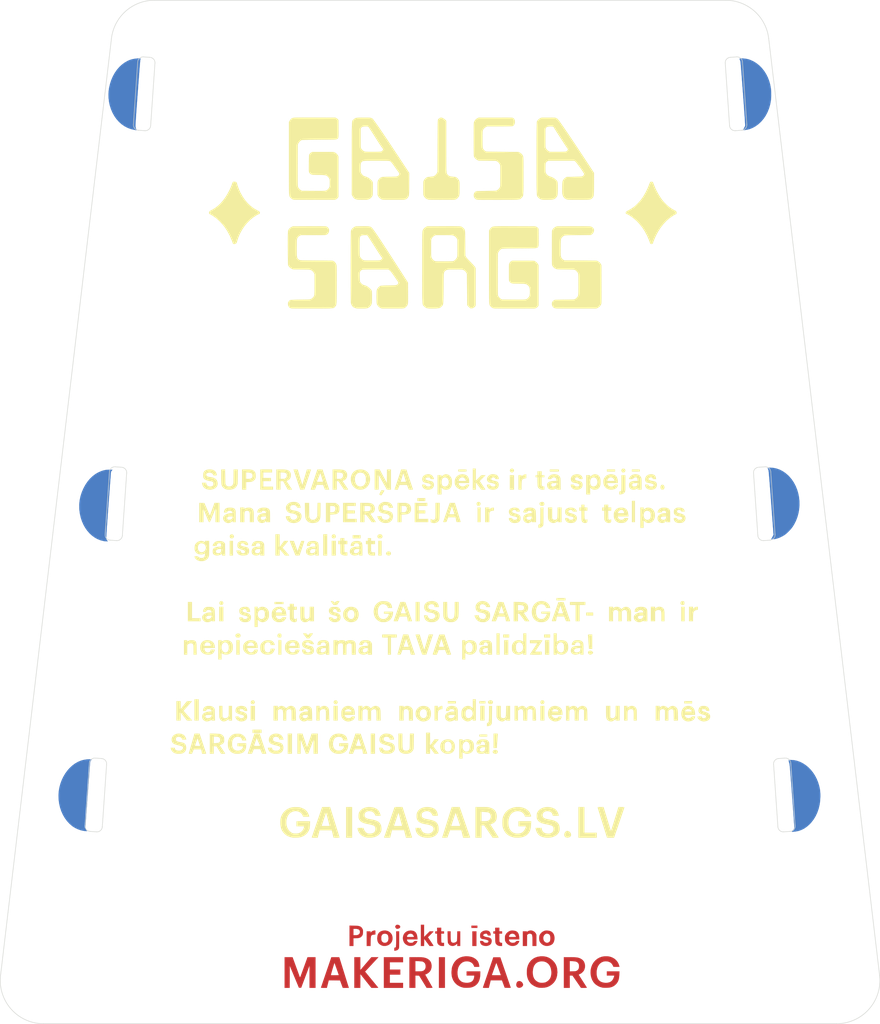
<source format=kicad_pcb>
(kicad_pcb (version 20171130) (host pcbnew "(5.1.10)-1")
  (layers (0 F.Cu signal) (31 B.Cu signal) (34 B.Paste user) (35 F.Paste user) (36 B.SilkS user) (37 F.SilkS user) (38 B.Mask user) (39 F.Mask user) (44 Edge.Cuts user))
  (net 0 "")
  (module gaisa-sargs-rear-2:drawing (layer F.Cu) (at 170.02 95.23)
    (fp_text reference Ref** hide)
    (fp_text value Val** hide)
    (fp_poly (pts (xy 7.66655 25.166749) (xy 7.953954 25.227535) (xy 8.233628 25.326164) (xy 8.503181 25.46044) (xy 8.760218 25.628169) (xy 9.002347 25.827157) (xy 9.227174 26.055209) (xy 9.432307 26.310131) (xy 9.615352 26.589729) (xy 9.773916 26.891808) (xy 9.905606 27.214173) (xy 10.008029 27.554631) (xy 10.010243 27.563555) (xy 10.052499 27.74875) (xy 10.082778 27.918375) (xy 10.102666 28.086327) (xy 10.113748 28.266503) (xy 10.117611 28.472802) (xy 10.117666 28.504925) (xy 10.099431 28.902975) (xy 10.045453 29.288628) (xy 9.95682 29.659026) (xy 9.834621 30.01131) (xy 9.679947 30.342623) (xy 9.493885 30.650107) (xy 9.277526 30.930904) (xy 9.134579 31.084426) (xy 8.895398 31.299764) (xy 8.64834 31.474348) (xy 8.390782 31.609431) (xy 8.120098 31.706266) (xy 7.833666 31.766104) (xy 7.669727 31.783607) (xy 7.468981 31.798342) (xy 7.575161 31.658059) (xy 7.627839 31.583131) (xy 7.671311 31.511578) (xy 7.697619 31.456728) (xy 7.700191 31.448679) (xy 7.701879 31.420296) (xy 7.700661 31.357598) (xy 7.696492 31.2599) (xy 7.689327 31.126518) (xy 7.67912 30.956768) (xy 7.665826 30.749966) (xy 7.6494 30.505427) (xy 7.629794 30.222468) (xy 7.606965 29.900404) (xy 7.580867 29.538551) (xy 7.551453 29.136224) (xy 7.518679 28.69274) (xy 7.50047 28.448) (xy 7.469636 28.034915) (xy 7.441708 27.661958) (xy 7.416502 27.327036) (xy 7.393839 27.028055) (xy 7.373535 26.762923) (xy 7.355409 26.529545) (xy 7.339279 26.32583) (xy 7.324964 26.149683) (xy 7.312282 25.999013) (xy 7.301051 25.871725) (xy 7.29109 25.765727) (xy 7.282217 25.678926) (xy 7.27425 25.609228) (xy 7.267007 25.554541) (xy 7.260306 25.51277) (xy 7.253967 25.481824) (xy 7.247807 25.45961) (xy 7.241644 25.444033) (xy 7.239282 25.439451) (xy 7.204961 25.340951) (xy 7.196666 25.254243) (xy 7.196666 25.146) (xy 7.37381 25.146) (xy 7.66655 25.166749)) (layer B.Cu) (width 0.01))
    (fp_poly (pts (xy -57.467467 25.087808) (xy -57.386335 25.100612) (xy -57.336919 25.114505) (xy -57.400834 25.194932) (xy -57.45281 25.282529) (xy -57.476467 25.385304) (xy -57.480869 25.433262) (xy -57.487983 25.519366) (xy -57.497593 25.64063) (xy -57.50948 25.794065) (xy -57.523427 25.976687) (xy -57.539217 26.185508) (xy -57.556631 26.417542) (xy -57.575451 26.669803) (xy -57.595461 26.939303) (xy -57.616442 27.223057) (xy -57.638178 27.518078) (xy -57.660449 27.821379) (xy -57.683039 28.129974) (xy -57.705729 28.440876) (xy -57.728303 28.751099) (xy -57.750542 29.057656) (xy -57.772229 29.357561) (xy -57.793147 29.647827) (xy -57.813076 29.925468) (xy -57.831801 30.187498) (xy -57.849102 30.430928) (xy -57.864763 30.652774) (xy -57.878566 30.850049) (xy -57.890293 31.019766) (xy -57.899726 31.158938) (xy -57.906648 31.264579) (xy -57.910841 31.333703) (xy -57.912102 31.36233) (xy -57.905083 31.478992) (xy -57.8815 31.567771) (xy -57.837245 31.641241) (xy -57.811444 31.670625) (xy -57.755914 31.728833) (xy -57.860415 31.726252) (xy -57.94364 31.721407) (xy -58.040136 31.711909) (xy -58.090123 31.705409) (xy -58.343247 31.650774) (xy -58.600614 31.562348) (xy -58.849942 31.445314) (xy -59.078952 31.304856) (xy -59.134187 31.264736) (xy -59.389444 31.046308) (xy -59.619656 30.796091) (xy -59.823349 30.517457) (xy -59.99905 30.21378) (xy -60.145285 29.888435) (xy -60.260581 29.544794) (xy -60.343465 29.186232) (xy -60.392463 28.816121) (xy -60.406102 28.437835) (xy -60.404298 28.356495) (xy -60.375497 28.003992) (xy -60.313547 27.657869) (xy -60.220564 27.321158) (xy -60.098665 26.996894) (xy -59.94997 26.688109) (xy -59.776594 26.397837) (xy -59.580657 26.12911) (xy -59.364275 25.884961) (xy -59.129566 25.668424) (xy -58.878647 25.482532) (xy -58.613637 25.330318) (xy -58.336652 25.214814) (xy -58.177848 25.167489) (xy -58.028446 25.134428) (xy -57.87334 25.109138) (xy -57.721898 25.092411) (xy -57.583484 25.085037) (xy -57.467467 25.087808)) (layer B.Cu) (width 0.01))
    (fp_poly (pts (xy -55.534264 -1.695768) (xy -55.410777 -1.693334) (xy -55.479813 -1.606169) (xy -55.529489 -1.529292) (xy -55.552848 -1.448855) (xy -55.557034 -1.410377) (xy -55.604917 -0.774125) (xy -55.649572 -0.179035) (xy -55.691072 0.375934) (xy -55.729491 0.891826) (xy -55.764901 1.369682) (xy -55.797375 1.810544) (xy -55.826985 2.215455) (xy -55.853806 2.585456) (xy -55.87791 2.92159) (xy -55.89937 3.224899) (xy -55.918258 3.496426) (xy -55.934647 3.737211) (xy -55.948612 3.948298) (xy -55.960223 4.130729) (xy -55.969556 4.285546) (xy -55.976681 4.41379) (xy -55.981672 4.516505) (xy -55.984603 4.594732) (xy -55.985546 4.649513) (xy -55.984574 4.681891) (xy -55.983754 4.688344) (xy -55.946506 4.795793) (xy -55.896815 4.862239) (xy -55.829363 4.931833) (xy -55.965807 4.929343) (xy -56.057127 4.925238) (xy -56.148292 4.917292) (xy -56.199207 4.910444) (xy -56.495942 4.839239) (xy -56.778977 4.729715) (xy -57.046568 4.584164) (xy -57.296973 4.404876) (xy -57.52845 4.194141) (xy -57.739258 3.954251) (xy -57.927654 3.687497) (xy -58.091896 3.396168) (xy -58.230243 3.082555) (xy -58.340951 2.748949) (xy -58.42228 2.397641) (xy -58.472486 2.030922) (xy -58.4818 1.909001) (xy -58.485213 1.522099) (xy -58.447228 1.13963) (xy -58.367605 0.760415) (xy -58.246104 0.38328) (xy -58.101794 0.046842) (xy -57.923364 -0.285159) (xy -57.7218 -0.586016) (xy -57.49863 -0.854291) (xy -57.255386 -1.088546) (xy -56.993597 -1.287343) (xy -56.714795 -1.449244) (xy -56.420509 -1.572812) (xy -56.355315 -1.594248) (xy -56.203191 -1.637619) (xy -56.060427 -1.667985) (xy -55.914683 -1.686871) (xy -55.753621 -1.695804) (xy -55.564898 -1.696309) (xy -55.534264 -1.695768)) (layer B.Cu) (width 0.01))
    (fp_poly (pts (xy 5.7704 -1.862913) (xy 6.065656 -1.800796) (xy 6.3529 -1.69845) (xy 6.630018 -1.556843) (xy 6.894896 -1.376942) (xy 7.145419 -1.159714) (xy 7.223729 -1.080892) (xy 7.457488 -0.807041) (xy 7.6592 -0.508807) (xy 7.828616 -0.189758) (xy 7.965483 0.14654) (xy 8.06955 0.49652) (xy 8.140567 0.856615) (xy 8.178283 1.223257) (xy 8.182445 1.592881) (xy 8.152805 1.961919) (xy 8.089109 2.326804) (xy 7.991108 2.68397) (xy 7.85855 3.029849) (xy 7.691184 3.360874) (xy 7.552016 3.583562) (xy 7.458913 3.708452) (xy 7.343711 3.844258) (xy 7.215148 3.982087) (xy 7.081956 4.113048) (xy 6.952873 4.228247) (xy 6.836631 4.318793) (xy 6.815666 4.333179) (xy 6.597972 4.464431) (xy 6.373835 4.573396) (xy 6.150686 4.6574) (xy 5.935955 4.713768) (xy 5.737072 4.739826) (xy 5.681631 4.741333) (xy 5.566363 4.741333) (xy 5.783445 4.325351) (xy 5.560596 1.35305) (xy 5.529415 0.937571) (xy 5.501162 0.562218) (xy 5.475656 0.224901) (xy 5.452713 -0.076472) (xy 5.43215 -0.343993) (xy 5.413786 -0.579753) (xy 5.397437 -0.785844) (xy 5.382921 -0.964358) (xy 5.370054 -1.117386) (xy 5.358654 -1.247019) (xy 5.348538 -1.35535) (xy 5.339523 -1.44447) (xy 5.331427 -1.51647) (xy 5.324066 -1.573442) (xy 5.317259 -1.617479) (xy 5.310822 -1.650671) (xy 5.304573 -1.67511) (xy 5.298328 -1.692887) (xy 5.29354 -1.703101) (xy 5.26594 -1.766122) (xy 5.25051 -1.822068) (xy 5.249333 -1.835393) (xy 5.251086 -1.857045) (xy 5.261396 -1.871042) (xy 5.28784 -1.879051) (xy 5.337994 -1.882742) (xy 5.419435 -1.883784) (xy 5.469245 -1.883834) (xy 5.7704 -1.862913)) (layer B.Cu) (width 0.01))
    (fp_poly (pts (xy -52.830537 -39.724561) (xy -52.812081 -39.701597) (xy -52.810834 -39.687213) (xy -52.820587 -39.631754) (xy -52.830208 -39.607838) (xy -52.833998 -39.582776) (xy -52.840658 -39.51788) (xy -52.849998 -39.415543) (xy -52.86183 -39.278153) (xy -52.875964 -39.108102) (xy -52.892212 -38.907779) (xy -52.910384 -38.679575) (xy -52.930292 -38.42588) (xy -52.951746 -38.149083) (xy -52.974558 -37.851576) (xy -52.998539 -37.535749) (xy -53.0235 -37.203991) (xy -53.049251 -36.858694) (xy -53.07407 -36.523084) (xy -53.104947 -36.103607) (xy -53.132814 -35.724237) (xy -53.1578 -35.382867) (xy -53.180033 -35.077386) (xy -53.19964 -34.805686) (xy -53.21675 -34.565658) (xy -53.23149 -34.355193) (xy -53.243989 -34.172181) (xy -53.254373 -34.014513) (xy -53.262772 -33.880081) (xy -53.269312 -33.766776) (xy -53.274123 -33.672487) (xy -53.277331 -33.595108) (xy -53.279065 -33.532527) (xy -53.279452 -33.482637) (xy -53.278621 -33.443327) (xy -53.276699 -33.41249) (xy -53.273814 -33.388016) (xy -53.270095 -33.367796) (xy -53.266353 -33.352306) (xy -53.242645 -33.272664) (xy -53.216267 -33.199695) (xy -53.200847 -33.16513) (xy -53.180346 -33.120597) (xy -53.173847 -33.096047) (xy -53.174398 -33.095036) (xy -53.196776 -33.095988) (xy -53.251724 -33.103081) (xy -53.330132 -33.115046) (xy -53.394067 -33.125635) (xy -53.713333 -33.20097) (xy -54.016336 -33.314388) (xy -54.301453 -33.464251) (xy -54.56706 -33.648921) (xy -54.811536 -33.866759) (xy -55.033256 -34.116127) (xy -55.230596 -34.395387) (xy -55.401935 -34.702901) (xy -55.545649 -35.03703) (xy -55.660113 -35.396136) (xy -55.666076 -35.418673) (xy -55.731772 -35.735917) (xy -55.769634 -36.071573) (xy -55.779204 -36.412874) (xy -55.760026 -36.747053) (xy -55.722837 -37.005181) (xy -55.634395 -37.383217) (xy -55.516099 -37.741581) (xy -55.369657 -38.077979) (xy -55.196776 -38.390117) (xy -54.999166 -38.675702) (xy -54.778533 -38.93244) (xy -54.536585 -39.158038) (xy -54.275032 -39.350201) (xy -53.99558 -39.506635) (xy -53.797202 -39.591059) (xy -53.571475 -39.659536) (xy -53.322956 -39.706935) (xy -53.066811 -39.730926) (xy -52.879625 -39.732182) (xy -52.830537 -39.724561)) (layer B.Cu) (width 0.01))
    (fp_poly (pts (xy 2.998885 -39.7263) (xy 3.235803 -39.699676) (xy 3.457856 -39.649752) (xy 3.65125 -39.584602) (xy 3.942943 -39.449213) (xy 4.216813 -39.277466) (xy 4.470969 -39.072228) (xy 4.70352 -38.836362) (xy 4.912572 -38.572733) (xy 5.096235 -38.284206) (xy 5.252617 -37.973645) (xy 5.379826 -37.643915) (xy 5.47597 -37.297881) (xy 5.539158 -36.938407) (xy 5.562149 -36.690906) (xy 5.569834 -36.27412) (xy 5.541326 -35.877304) (xy 5.476096 -35.497626) (xy 5.373615 -35.132249) (xy 5.233355 -34.77834) (xy 5.187568 -34.681584) (xy 5.036728 -34.405418) (xy 4.866274 -34.156432) (xy 4.666732 -33.921358) (xy 4.582583 -33.834195) (xy 4.356112 -33.630332) (xy 4.114287 -33.456369) (xy 3.861947 -33.314725) (xy 3.603933 -33.207823) (xy 3.345089 -33.138084) (xy 3.135246 -33.110303) (xy 2.957909 -33.098362) (xy 3.044318 -33.265556) (xy 3.086321 -33.348659) (xy 3.122795 -33.424107) (xy 3.147633 -33.479161) (xy 3.152305 -33.490868) (xy 3.154664 -33.511208) (xy 3.154914 -33.554954) (xy 3.15296 -33.62353) (xy 3.148707 -33.718363) (xy 3.142062 -33.840876) (xy 3.13293 -33.992495) (xy 3.121217 -34.174645) (xy 3.106828 -34.388751) (xy 3.08967 -34.636238) (xy 3.069648 -34.918531) (xy 3.046668 -35.237055) (xy 3.020636 -35.593235) (xy 2.991457 -35.988495) (xy 2.959038 -36.424261) (xy 2.952536 -36.511332) (xy 2.921504 -36.926208) (xy 2.893389 -37.300946) (xy 2.868011 -37.637626) (xy 2.845188 -37.938331) (xy 2.824739 -38.205142) (xy 2.806482 -38.440139) (xy 2.790237 -38.645405) (xy 2.775823 -38.82302) (xy 2.763058 -38.975067) (xy 2.751761 -39.103625) (xy 2.741751 -39.210777) (xy 2.732846 -39.298604) (xy 2.724866 -39.369188) (xy 2.717629 -39.424609) (xy 2.710955 -39.466949) (xy 2.704662 -39.498289) (xy 2.698568 -39.520711) (xy 2.692493 -39.536296) (xy 2.68859 -39.543547) (xy 2.659924 -39.605751) (xy 2.646129 -39.665514) (xy 2.645912 -39.671625) (xy 2.649541 -39.708297) (xy 2.668375 -39.725457) (xy 2.714136 -39.730906) (xy 2.735791 -39.73144) (xy 2.998885 -39.7263)) (layer B.Cu) (width 0.01))
    (fp_poly (pts (xy -38.718244 43.449875) (xy -38.706624 43.481936) (xy -38.682148 43.549239) (xy -38.646467 43.647254) (xy -38.601229 43.771451) (xy -38.548086 43.917301) (xy -38.488687 44.080275) (xy -38.424682 44.255843) (xy -38.396336 44.333583) (xy -38.330655 44.513754) (xy -38.268705 44.683779) (xy -38.212165 44.83904) (xy -38.162717 44.97492) (xy -38.12204 45.086799) (xy -38.091815 45.17006) (xy -38.073722 45.220084) (xy -38.070176 45.229985) (xy -38.063958 45.245059) (xy -38.057018 45.252796) (xy -38.048072 45.250141) (xy -38.035834 45.234037) (xy -38.01902 45.201427) (xy -37.996343 45.149254) (xy -37.966518 45.074461) (xy -37.928261 44.973993) (xy -37.880285 44.844791) (xy -37.821306 44.6838) (xy -37.750038 44.487962) (xy -37.6986 44.346277) (xy -37.352173 43.391666) (xy -36.618334 43.391666) (xy -36.618334 46.228) (xy -37.168667 46.228) (xy -37.169622 45.196125) (xy -37.170576 44.16425) (xy -37.556556 45.190833) (xy -37.942535 46.217416) (xy -38.148889 46.217416) (xy -38.574236 45.195459) (xy -38.999584 44.173502) (xy -39.01057 46.228) (xy -39.475834 46.228) (xy -39.475834 43.391666) (xy -38.739142 43.391666) (xy -38.718244 43.449875)) (layer F.Cu) (width 0.01))
    (fp_poly (pts (xy -34.377379 43.523958) (xy -34.363255 43.568223) (xy -34.337829 43.648857) (xy -34.30237 43.761804) (xy -34.258147 43.903008) (xy -34.206428 44.068414) (xy -34.148482 44.253965) (xy -34.085575 44.455607) (xy -34.018977 44.669282) (xy -33.962025 44.852166) (xy -33.893829 45.071152) (xy -33.828673 45.280215) (xy -33.767769 45.475476) (xy -33.712328 45.653056) (xy -33.663564 45.809075) (xy -33.622688 45.939655) (xy -33.590914 46.040915) (xy -33.569453 46.108977) (xy -33.560156 46.138041) (xy -33.53057 46.228) (xy -33.809744 46.227769) (xy -34.088917 46.227538) (xy -34.216338 45.88381) (xy -34.343759 45.540083) (xy -34.866298 45.534423) (xy -35.388837 45.528764) (xy -35.40988 45.608507) (xy -35.423044 45.659562) (xy -35.443642 45.740822) (xy -35.468931 45.841399) (xy -35.496162 45.950409) (xy -35.498082 45.958125) (xy -35.565241 46.228) (xy -35.837788 46.228) (xy -35.939625 46.226854) (xy -36.024159 46.223721) (xy -36.083493 46.219056) (xy -36.109733 46.213315) (xy -36.110334 46.212269) (xy -36.103628 46.190124) (xy -36.084245 46.131201) (xy -36.053288 46.038749) (xy -36.011862 45.916016) (xy -35.961069 45.766253) (xy -35.902013 45.592707) (xy -35.835798 45.398629) (xy -35.763526 45.187268) (xy -35.713106 45.040107) (xy -35.195879 45.040107) (xy -35.186187 45.049797) (xy -35.160454 45.056432) (xy -35.113097 45.060582) (xy -35.038532 45.062817) (xy -34.931175 45.063706) (xy -34.832219 45.063833) (xy -34.711848 45.062979) (xy -34.607597 45.060611) (xy -34.526228 45.057015) (xy -34.474503 45.052478) (xy -34.458878 45.047958) (xy -34.465573 45.023463) (xy -34.484498 44.965472) (xy -34.513418 44.880277) (xy -34.550101 44.774168) (xy -34.592315 44.653438) (xy -34.637827 44.524377) (xy -34.684404 44.393276) (xy -34.729815 44.266426) (xy -34.771827 44.150119) (xy -34.808206 44.050647) (xy -34.836721 43.974299) (xy -34.855139 43.927368) (xy -34.86076 43.915464) (xy -34.869254 43.93137) (xy -34.887565 43.982616) (xy -34.914063 44.06379) (xy -34.94712 44.169474) (xy -34.985106 44.294255) (xy -35.026392 44.432716) (xy -35.069348 44.579443) (xy -35.112346 44.729021) (xy -35.153756 44.876035) (xy -35.191949 45.015069) (xy -35.195115 45.026791) (xy -35.195879 45.040107) (xy -35.713106 45.040107) (xy -35.686301 44.961872) (xy -35.628792 44.794294) (xy -35.14725 43.39205) (xy -34.420452 43.391666) (xy -34.377379 43.523958)) (layer F.Cu) (width 0.01))
    (fp_poly (pts (xy -32.459084 44.576324) (xy -31.952289 43.983995) (xy -31.445495 43.391666) (xy -30.788909 43.391666) (xy -30.86349 43.471041) (xy -30.896442 43.506293) (xy -30.953952 43.568016) (xy -31.031782 43.651652) (xy -31.125692 43.752643) (xy -31.231442 43.866431) (xy -31.344795 43.988458) (xy -31.390103 44.03725) (xy -31.506438 44.162453) (xy -31.617891 44.282237) (xy -31.720002 44.391822) (xy -31.808311 44.486427) (xy -31.878358 44.56127) (xy -31.925683 44.611569) (xy -31.936277 44.622726) (xy -32.030419 44.721369) (xy -31.432129 45.448226) (xy -31.307236 45.599984) (xy -31.190257 45.742179) (xy -31.084018 45.87137) (xy -30.991348 45.984115) (xy -30.915074 46.076975) (xy -30.858024 46.146506) (xy -30.823026 46.18927) (xy -30.813078 46.201541) (xy -30.813228 46.211902) (xy -30.835635 46.219295) (xy -30.885031 46.224127) (xy -30.966148 46.226805) (xy -31.083718 46.227736) (xy -31.1177 46.227745) (xy -31.443084 46.227491) (xy -32.459084 44.954483) (xy -32.464686 45.591241) (xy -32.470288 46.228) (xy -33.02 46.228) (xy -33.02 43.391666) (xy -32.470326 43.391666) (xy -32.459084 44.576324)) (layer F.Cu) (width 0.01))
    (fp_poly (pts (xy -28.5115 43.857333) (xy -29.739167 43.857333) (xy -29.739167 44.534666) (xy -28.7655 44.534666) (xy -28.7655 45.000333) (xy -29.739167 45.000333) (xy -29.739167 45.762333) (xy -28.5115 45.762333) (xy -28.5115 46.228) (xy -30.2895 46.228) (xy -30.2895 43.391666) (xy -28.5115 43.391666) (xy -28.5115 43.857333)) (layer F.Cu) (width 0.01))
    (fp_poly (pts (xy -27.128775 43.392286) (xy -26.969133 43.394304) (xy -26.840889 43.39796) (xy -26.738586 43.403494) (xy -26.656762 43.411145) (xy -26.589959 43.421152) (xy -26.571676 43.424723) (xy -26.368805 43.482493) (xy -26.200251 43.564851) (xy -26.066116 43.671691) (xy -25.966502 43.802909) (xy -25.901513 43.958399) (xy -25.871249 44.138056) (xy -25.87094 44.142842) (xy -25.875898 44.333598) (xy -25.916878 44.505703) (xy -25.995238 44.664807) (xy -25.997088 44.667726) (xy -26.065634 44.752113) (xy -26.158432 44.835611) (xy -26.261146 44.907142) (xy -26.359436 44.955631) (xy -26.377552 44.961664) (xy -26.428483 44.980419) (xy -26.456475 44.997521) (xy -26.458334 45.001384) (xy -26.448196 45.022916) (xy -26.419469 45.076596) (xy -26.374684 45.157882) (xy -26.316371 45.262232) (xy -26.247059 45.385107) (xy -26.169281 45.521963) (xy -26.128707 45.592992) (xy -26.04711 45.735899) (xy -25.972147 45.867763) (xy -25.906458 45.983893) (xy -25.852683 46.0796) (xy -25.813464 46.150194) (xy -25.791442 46.190983) (xy -25.787776 46.198541) (xy -25.789814 46.210814) (xy -25.81083 46.219253) (xy -25.85659 46.224501) (xy -25.932859 46.227202) (xy -26.045404 46.227998) (xy -26.051736 46.228) (xy -26.327002 46.228) (xy -26.674923 45.661791) (xy -27.022844 45.095583) (xy -27.3685 45.083287) (xy -27.3685 46.228) (xy -27.918834 46.228) (xy -27.918834 44.704) (xy -27.3685 44.704) (xy -27.088042 44.703881) (xy -26.975827 44.702236) (xy -26.872205 44.697829) (xy -26.788062 44.691313) (xy -26.73428 44.68334) (xy -26.731011 44.682493) (xy -26.605812 44.628753) (xy -26.511447 44.546368) (xy -26.448867 44.436678) (xy -26.419022 44.301023) (xy -26.416465 44.23914) (xy -26.433377 44.091864) (xy -26.481811 43.969024) (xy -26.559912 43.873461) (xy -26.665825 43.808014) (xy -26.707699 43.79317) (xy -26.758175 43.783546) (xy -26.840321 43.773885) (xy -26.943486 43.765209) (xy -27.05702 43.758543) (xy -27.077459 43.757646) (xy -27.3685 43.745578) (xy -27.3685 44.704) (xy -27.918834 44.704) (xy -27.918834 43.391666) (xy -27.325275 43.391666) (xy -27.128775 43.392286)) (layer F.Cu) (width 0.01))
    (fp_poly (pts (xy -24.638 46.228) (xy -25.188334 46.228) (xy -25.188334 43.391666) (xy -24.638 43.391666) (xy -24.638 46.228)) (layer F.Cu) (width 0.01))
    (fp_poly (pts (xy -22.381719 43.323485) (xy -22.159159 43.372373) (xy -21.961352 43.452807) (xy -21.79016 43.563931) (xy -21.647445 43.704892) (xy -21.589062 43.783711) (xy -21.550497 43.858187) (xy -21.513537 43.95708) (xy -21.483491 44.06293) (xy -21.465672 44.158272) (xy -21.463 44.198229) (xy -21.463 44.280666) (xy -21.918731 44.280666) (xy -21.954624 44.179607) (xy -22.023655 44.04568) (xy -22.124533 43.934643) (xy -22.251812 43.849346) (xy -22.400049 43.792638) (xy -22.563802 43.767369) (xy -22.727706 43.774925) (xy -22.885965 43.812054) (xy -23.024179 43.878555) (xy -23.153699 43.980208) (xy -23.178856 44.004564) (xy -23.300962 44.152522) (xy -23.389848 44.321147) (xy -23.446542 44.513257) (xy -23.472071 44.731666) (xy -23.473834 44.813238) (xy -23.465493 45.011464) (xy -23.439044 45.177367) (xy -23.392345 45.317832) (xy -23.323257 45.439744) (xy -23.251923 45.526947) (xy -23.140303 45.625378) (xy -23.013764 45.694679) (xy -22.864861 45.737881) (xy -22.686155 45.758017) (xy -22.684613 45.758092) (xy -22.483948 45.754421) (xy -22.314508 45.722337) (xy -22.175835 45.6615) (xy -22.067468 45.57157) (xy -21.988946 45.452208) (xy -21.93981 45.303073) (xy -21.923958 45.196125) (xy -21.913715 45.085) (xy -22.627167 45.085) (xy -22.627167 44.704) (xy -21.357167 44.704) (xy -21.357534 44.836291) (xy -21.370075 45.110881) (xy -21.40676 45.351713) (xy -21.468614 45.560493) (xy -21.556662 45.738926) (xy -21.671928 45.888718) (xy -21.815436 46.011573) (xy -21.988211 46.109196) (xy -22.1615 46.17443) (xy -22.253439 46.194373) (xy -22.374854 46.209025) (xy -22.513176 46.218012) (xy -22.655836 46.220961) (xy -22.790262 46.217497) (xy -22.903886 46.207246) (xy -22.95525 46.198055) (xy -23.194473 46.123291) (xy -23.40681 46.016898) (xy -23.590714 45.880425) (xy -23.744637 45.715417) (xy -23.86703 45.523424) (xy -23.956347 45.305992) (xy -23.99444 45.159054) (xy -24.015432 45.010053) (xy -24.023567 44.839249) (xy -24.019433 44.660331) (xy -24.003617 44.486987) (xy -23.976708 44.332905) (xy -23.95567 44.255972) (xy -23.860189 44.02309) (xy -23.736308 43.821321) (xy -23.585264 43.651548) (xy -23.408289 43.514652) (xy -23.206618 43.411515) (xy -22.981487 43.343019) (xy -22.734128 43.310046) (xy -22.627167 43.307) (xy -22.381719 43.323485)) (layer F.Cu) (width 0.01))
    (fp_poly (pts (xy -19.03632 44.778083) (xy -18.956531 45.009969) (xy -18.880621 45.230658) (xy -18.809739 45.436798) (xy -18.745038 45.62504) (xy -18.687668 45.792032) (xy -18.63878 45.934423) (xy -18.599525 46.048864) (xy -18.571054 46.132004) (xy -18.554517 46.180491) (xy -18.550794 46.191584) (xy -18.548743 46.206786) (xy -18.558287 46.216997) (xy -18.585757 46.222964) (xy -18.637482 46.225438) (xy -18.719791 46.225168) (xy -18.818884 46.223334) (xy -19.099018 46.217416) (xy -19.227728 45.873458) (xy -19.356437 45.5295) (xy -20.399426 45.5295) (xy -20.466585 45.799375) (xy -20.493838 45.908522) (xy -20.519329 46.00996) (xy -20.540317 46.092821) (xy -20.554059 46.146233) (xy -20.554688 46.148625) (xy -20.575632 46.228) (xy -20.851409 46.228) (xy -20.963876 46.227573) (xy -21.040358 46.225699) (xy -21.0872 46.221486) (xy -21.110746 46.214044) (xy -21.117341 46.20248) (xy -21.115109 46.190958) (xy -21.106339 46.165137) (xy -21.084945 46.102636) (xy -21.052078 46.006803) (xy -21.008888 45.880987) (xy -20.956526 45.728537) (xy -20.896142 45.552803) (xy -20.828887 45.357132) (xy -20.75591 45.144875) (xy -20.721832 45.045778) (xy -20.295306 45.045778) (xy -20.277407 45.051252) (xy -20.223368 45.056059) (xy -20.139381 45.05993) (xy -20.031638 45.062598) (xy -19.906331 45.063794) (xy -19.878404 45.063833) (xy -19.454447 45.063833) (xy -19.493453 44.952708) (xy -19.561161 44.760596) (xy -19.625923 44.578338) (xy -19.686247 44.410025) (xy -19.74064 44.259746) (xy -19.787611 44.131591) (xy -19.825666 44.029649) (xy -19.853313 43.95801) (xy -19.86906 43.920764) (xy -19.871549 43.916542) (xy -19.882116 43.931747) (xy -19.904726 43.982054) (xy -19.937466 44.062599) (xy -19.97842 44.168518) (xy -20.025676 44.294947) (xy -20.077319 44.437021) (xy -20.087224 44.464696) (xy -20.139481 44.610995) (xy -20.187178 44.744419) (xy -20.22844 44.859729) (xy -20.26139 44.951685) (xy -20.284153 45.015047) (xy -20.294853 45.044577) (xy -20.295306 45.045778) (xy -20.721832 45.045778) (xy -20.678363 44.919379) (xy -20.629763 44.778083) (xy -20.156494 43.40225) (xy -19.509803 43.40225) (xy -19.03632 44.778083)) (layer F.Cu) (width 0.01))
    (fp_poly (pts (xy -17.717092 45.598702) (xy -17.609537 45.633179) (xy -17.515928 45.700678) (xy -17.44529 45.792174) (xy -17.406643 45.898642) (xy -17.404691 45.911184) (xy -17.413087 46.0004) (xy -17.460435 46.083044) (xy -17.54339 46.154347) (xy -17.595608 46.183499) (xy -17.712533 46.221936) (xy -17.819679 46.219541) (xy -17.900681 46.186523) (xy -17.978389 46.118071) (xy -18.020873 46.027929) (xy -18.029048 45.913999) (xy -18.027466 45.895636) (xy -17.999908 45.772122) (xy -17.947343 45.679511) (xy -17.872141 45.620071) (xy -17.776674 45.59607) (xy -17.717092 45.598702)) (layer F.Cu) (width 0.01))
    (fp_poly (pts (xy -15.404832 43.323548) (xy -15.181426 43.374146) (xy -14.976312 43.460908) (xy -14.785175 43.585579) (xy -14.634398 43.718757) (xy -14.482493 43.893844) (xy -14.367026 44.083002) (xy -14.286794 44.289593) (xy -14.240594 44.516977) (xy -14.227225 44.768516) (xy -14.229514 44.850929) (xy -14.258558 45.107957) (xy -14.321813 45.34031) (xy -14.419812 45.548963) (xy -14.553087 45.734891) (xy -14.72217 45.899066) (xy -14.856238 45.997699) (xy -15.028812 46.095783) (xy -15.207225 46.1633) (xy -15.402051 46.203391) (xy -15.599834 46.218612) (xy -15.708877 46.219914) (xy -15.813165 46.217863) (xy -15.899091 46.212902) (xy -15.94364 46.207474) (xy -16.11886 46.16234) (xy -16.294274 46.093118) (xy -16.458952 46.005531) (xy -16.601969 45.905302) (xy -16.701999 45.810309) (xy -16.841162 45.626114) (xy -16.943993 45.429817) (xy -17.012638 45.215843) (xy -17.049246 44.978615) (xy -17.054652 44.8945) (xy -17.053692 44.800094) (xy -16.509633 44.800094) (xy -16.494075 45.023211) (xy -16.44658 45.218832) (xy -16.367278 45.386753) (xy -16.256302 45.526771) (xy -16.113782 45.638681) (xy -15.93985 45.722281) (xy -15.90675 45.733801) (xy -15.829561 45.749028) (xy -15.718404 45.756217) (xy -15.610417 45.755801) (xy -15.502324 45.750914) (xy -15.421914 45.741564) (xy -15.354571 45.72495) (xy -15.285676 45.698266) (xy -15.267044 45.689942) (xy -15.142726 45.61546) (xy -15.024398 45.512309) (xy -14.925587 45.393473) (xy -14.88093 45.319327) (xy -14.82074 45.16068) (xy -14.78673 44.979104) (xy -14.778645 44.78474) (xy -14.796231 44.587728) (xy -14.839235 44.398206) (xy -14.907403 44.226313) (xy -14.908327 44.224487) (xy -15.011087 44.065394) (xy -15.139816 43.938704) (xy -15.291509 43.845956) (xy -15.463161 43.788687) (xy -15.651767 43.768437) (xy -15.784101 43.776101) (xy -15.963854 43.816619) (xy -16.119661 43.891387) (xy -16.250636 43.999154) (xy -16.355892 44.138667) (xy -16.43454 44.308673) (xy -16.485695 44.507919) (xy -16.508467 44.735155) (xy -16.509633 44.800094) (xy -17.053692 44.800094) (xy -17.05184 44.618154) (xy -17.017049 44.368062) (xy -16.949471 44.14183) (xy -16.848295 43.937065) (xy -16.712711 43.751373) (xy -16.641994 43.675144) (xy -16.471843 43.533358) (xy -16.277015 43.425935) (xy -16.057481 43.352864) (xy -15.813215 43.314135) (xy -15.650845 43.307367) (xy -15.404832 43.323548)) (layer F.Cu) (width 0.01))
    (fp_poly (pts (xy -13.075709 43.392034) (xy -12.871128 43.393095) (xy -12.702819 43.396466) (xy -12.564752 43.402872) (xy -12.450894 43.413038) (xy -12.355215 43.42769) (xy -12.271682 43.447554) (xy -12.194266 43.473354) (xy -12.116935 43.505818) (xy -12.11231 43.507927) (xy -11.962281 43.592274) (xy -11.847111 43.693764) (xy -11.761007 43.817715) (xy -11.748545 43.842011) (xy -11.689962 44.007858) (xy -11.667662 44.185749) (xy -11.681516 44.366133) (xy -11.731396 44.539459) (xy -11.758711 44.599403) (xy -11.821535 44.693628) (xy -11.910172 44.788554) (xy -12.011699 44.872595) (xy -12.113197 44.934164) (xy -12.148645 44.949104) (xy -12.208066 44.973097) (xy -12.246862 44.993798) (xy -12.2555 45.00297) (xy -12.244432 45.023861) (xy -12.213033 45.075952) (xy -12.164015 45.154925) (xy -12.100088 45.256467) (xy -12.023963 45.376262) (xy -11.938351 45.509995) (xy -11.882514 45.596747) (xy -11.791922 45.737529) (xy -11.708642 45.867549) (xy -11.63548 45.982379) (xy -11.575242 46.077592) (xy -11.530733 46.148762) (xy -11.504758 46.191461) (xy -11.499249 46.201541) (xy -11.504678 46.212827) (xy -11.534513 46.220612) (xy -11.593695 46.225388) (xy -11.687161 46.227647) (xy -11.764817 46.228) (xy -12.040663 46.228) (xy -12.830171 45.085) (xy -13.081 45.085) (xy -13.081 46.228) (xy -13.631334 46.228) (xy -13.631334 44.708153) (xy -13.081 44.708153) (xy -12.800542 44.700167) (xy -12.680153 44.695817) (xy -12.592825 44.689819) (xy -12.529289 44.680785) (xy -12.480275 44.667328) (xy -12.436511 44.648061) (xy -12.430149 44.644755) (xy -12.328888 44.569204) (xy -12.259952 44.466364) (xy -12.223301 44.336166) (xy -12.219004 44.297187) (xy -12.220243 44.147525) (xy -12.250963 44.025233) (xy -12.312413 43.926137) (xy -12.338171 43.899214) (xy -12.396809 43.850805) (xy -12.46151 43.815173) (xy -12.540572 43.789945) (xy -12.642293 43.772749) (xy -12.774972 43.761214) (xy -12.832292 43.75797) (xy -13.081 43.745271) (xy -13.081 44.708153) (xy -13.631334 44.708153) (xy -13.631334 43.391666) (xy -13.075709 43.392034)) (layer F.Cu) (width 0.01))
    (fp_poly (pts (xy -9.625513 43.309208) (xy -9.468539 43.322811) (xy -9.384579 43.338244) (xy -9.168641 43.408901) (xy -8.976607 43.511985) (xy -8.811272 43.644736) (xy -8.675436 43.804393) (xy -8.571897 43.988193) (xy -8.503452 44.193376) (xy -8.499308 44.211875) (xy -8.48447 44.280666) (xy -9.035064 44.280666) (xy -9.090678 44.158958) (xy -9.177503 44.013655) (xy -9.290111 43.901838) (xy -9.429018 43.82312) (xy -9.59474 43.777115) (xy -9.602007 43.775938) (xy -9.787871 43.765941) (xy -9.961331 43.794566) (xy -10.119675 43.859226) (xy -10.260192 43.957333) (xy -10.38017 44.0863) (xy -10.476898 44.243541) (xy -10.547665 44.426469) (xy -10.589758 44.632495) (xy -10.598306 44.72651) (xy -10.597769 44.960682) (xy -10.567135 45.165779) (xy -10.506764 45.341367) (xy -10.417015 45.487016) (xy -10.298249 45.602295) (xy -10.150824 45.686772) (xy -9.9751 45.740016) (xy -9.771436 45.761594) (xy -9.735217 45.762082) (xy -9.543427 45.748101) (xy -9.381228 45.704575) (xy -9.246492 45.62999) (xy -9.137089 45.522833) (xy -9.050887 45.38159) (xy -8.995075 45.236228) (xy -8.973996 45.166862) (xy -8.959037 45.115418) (xy -8.9535 45.093353) (xy -8.973504 45.090573) (xy -9.028864 45.088185) (xy -9.112605 45.086355) (xy -9.217749 45.085251) (xy -9.30275 45.085) (xy -9.652 45.085) (xy -9.652 44.704) (xy -8.481913 44.704) (xy -8.493762 44.995041) (xy -8.509618 45.213353) (xy -8.53948 45.397816) (xy -8.585798 45.55531) (xy -8.651022 45.692712) (xy -8.737603 45.8169) (xy -8.818234 45.905713) (xy -8.950364 46.019213) (xy -9.096325 46.104881) (xy -9.268392 46.169682) (xy -9.299336 46.178626) (xy -9.391402 46.196619) (xy -9.512769 46.209574) (xy -9.650669 46.217175) (xy -9.792332 46.219107) (xy -9.92499 46.21505) (xy -10.035876 46.20469) (xy -10.075334 46.197873) (xy -10.289418 46.135163) (xy -10.489045 46.042303) (xy -10.666671 45.923763) (xy -10.814756 45.784014) (xy -10.854077 45.736317) (xy -10.977806 45.542268) (xy -11.069984 45.324663) (xy -11.129208 45.089668) (xy -11.154071 44.84345) (xy -11.143169 44.592174) (xy -11.132416 44.514883) (xy -11.073676 44.273347) (xy -10.980525 44.051446) (xy -10.855732 43.85232) (xy -10.702065 43.679112) (xy -10.522292 43.534963) (xy -10.319182 43.423013) (xy -10.104766 43.34874) (xy -9.960477 43.322418) (xy -9.795109 43.309159) (xy -9.625513 43.309208)) (layer F.Cu) (width 0.01))
    (fp_poly (pts (xy -28.871334 41.75515) (xy -28.871422 41.954399) (xy -28.871852 42.115937) (xy -28.872872 42.244388) (xy -28.874728 42.344374) (xy -28.877668 42.420519) (xy -28.881941 42.477444) (xy -28.887792 42.519774) (xy -28.89547 42.55213) (xy -28.905223 42.579136) (xy -28.916803 42.604394) (xy -28.97266 42.683151) (xy -29.055586 42.739434) (xy -29.170791 42.776308) (xy -29.225875 42.786131) (xy -29.315834 42.7995) (xy -29.315834 42.651083) (xy -29.315025 42.573575) (xy -29.310458 42.529186) (xy -29.298924 42.508707) (xy -29.277214 42.502926) (xy -29.264117 42.502666) (xy -29.233941 42.501093) (xy -29.209416 42.493726) (xy -29.189957 42.476599) (xy -29.174981 42.445742) (xy -29.163902 42.397186) (xy -29.156135 42.326963) (xy -29.151097 42.231106) (xy -29.148203 42.105644) (xy -29.146868 41.946609) (xy -29.146507 41.750034) (xy -29.1465 41.704206) (xy -29.1465 40.999833) (xy -28.871334 40.999833) (xy -28.871334 41.75515)) (layer F.Cu) (width 0.01))
    (fp_poly (pts (xy -33.057042 40.475672) (xy -32.890654 40.480693) (xy -32.759669 40.488009) (xy -32.65717 40.499028) (xy -32.576235 40.51516) (xy -32.509945 40.537814) (xy -32.451381 40.5684) (xy -32.393622 40.608327) (xy -32.389189 40.611692) (xy -32.335858 40.666466) (xy -32.284367 40.74236) (xy -32.263587 40.782551) (xy -32.237943 40.843693) (xy -32.2231 40.898033) (xy -32.217052 40.959745) (xy -32.217791 41.043004) (xy -32.219824 41.091731) (xy -32.229672 41.214693) (xy -32.248723 41.307164) (xy -32.281103 41.380685) (xy -32.330939 41.446792) (xy -32.356299 41.473359) (xy -32.422608 41.532424) (xy -32.490677 41.574516) (xy -32.569902 41.602664) (xy -32.669677 41.619895) (xy -32.799397 41.629235) (xy -32.845375 41.630945) (xy -33.104667 41.639186) (xy -33.104667 42.3545) (xy -33.4645 42.3545) (xy -33.4645 40.767) (xy -33.104667 40.767) (xy -33.104667 41.359666) (xy -32.929235 41.359666) (xy -32.827346 41.356836) (xy -32.752532 41.346584) (xy -32.689807 41.326264) (xy -32.65936 41.312041) (xy -32.567693 41.24661) (xy -32.513695 41.161975) (xy -32.497606 41.058568) (xy -32.500424 41.022197) (xy -32.52727 40.924885) (xy -32.581725 40.852328) (xy -32.666468 40.802913) (xy -32.784178 40.775027) (xy -32.924071 40.767) (xy -33.104667 40.767) (xy -33.4645 40.767) (xy -33.4645 40.466176) (xy -33.057042 40.475672)) (layer F.Cu) (width 0.01))
    (fp_poly (pts (xy -31.098355 40.917195) (xy -31.0839 40.928746) (xy -31.07623 40.958019) (xy -31.073201 41.013211) (xy -31.072667 41.102522) (xy -31.072667 41.290287) (xy -31.194375 41.301564) (xy -31.284329 41.312084) (xy -31.354953 41.328245) (xy -31.408708 41.354863) (xy -31.448053 41.396754) (xy -31.475448 41.458738) (xy -31.493355 41.54563) (xy -31.504233 41.662247) (xy -31.510543 41.813408) (xy -31.513225 41.925875) (xy -31.522037 42.3545) (xy -31.877 42.3545) (xy -31.877 40.999833) (xy -31.517167 40.999833) (xy -31.517167 41.154351) (xy -31.454255 41.067503) (xy -31.399893 41.00593) (xy -31.335812 40.96706) (xy -31.28108 40.947911) (xy -31.208911 40.929132) (xy -31.146213 40.917287) (xy -31.121742 40.915166) (xy -31.098355 40.917195)) (layer F.Cu) (width 0.01))
    (fp_poly (pts (xy -29.994784 40.949341) (xy -29.840527 41.01261) (xy -29.705941 41.10864) (xy -29.596439 41.234849) (xy -29.553672 41.30675) (xy -29.509641 41.428387) (xy -29.487903 41.570844) (xy -29.489178 41.718514) (xy -29.514188 41.855793) (xy -29.526608 41.893101) (xy -29.602578 42.03738) (xy -29.709593 42.157963) (xy -29.841774 42.251864) (xy -29.993243 42.316096) (xy -30.158124 42.347672) (xy -30.330537 42.343605) (xy -30.392425 42.33303) (xy -30.512946 42.292602) (xy -30.631636 42.226835) (xy -30.732301 42.145606) (xy -30.77086 42.10222) (xy -30.840627 41.986427) (xy -30.883237 41.85268) (xy -30.900378 41.694161) (xy -30.899707 41.634833) (xy -30.530762 41.634833) (xy -30.52524 41.757104) (xy -30.507043 41.848636) (xy -30.47263 41.920027) (xy -30.418462 41.981874) (xy -30.41322 41.98668) (xy -30.366826 42.023796) (xy -30.320983 42.04462) (xy -30.260342 42.053997) (xy -30.192089 42.056495) (xy -30.099157 42.048631) (xy -30.024704 42.018222) (xy -30.012172 42.010262) (xy -29.936085 41.939491) (xy -29.887147 41.84436) (xy -29.863379 41.720163) (xy -29.860332 41.649262) (xy -29.869808 41.497667) (xy -29.901409 41.380854) (xy -29.95665 41.296628) (xy -30.037048 41.242792) (xy -30.144119 41.21715) (xy -30.159643 41.215804) (xy -30.280999 41.219331) (xy -30.374965 41.251627) (xy -30.447603 41.315521) (xy -30.48098 41.365725) (xy -30.507072 41.419376) (xy -30.522338 41.474733) (xy -30.529359 41.545747) (xy -30.530762 41.634833) (xy -30.899707 41.634833) (xy -30.899133 41.58415) (xy -30.875807 41.401117) (xy -30.823741 41.248915) (xy -30.742006 41.126456) (xy -30.629669 41.032653) (xy -30.485802 40.966418) (xy -30.340654 40.931414) (xy -30.163297 40.921415) (xy -29.994784 40.949341)) (layer F.Cu) (width 0.01))
    (fp_poly (pts (xy -27.644641 40.938939) (xy -27.505228 40.979117) (xy -27.39303 41.048696) (xy -27.306316 41.149474) (xy -27.243353 41.283252) (xy -27.202411 41.451827) (xy -27.187151 41.576625) (xy -27.173027 41.740666) (xy -28.151667 41.740666) (xy -28.151588 41.788291) (xy -28.134567 41.856453) (xy -28.090366 41.930017) (xy -28.02898 41.99413) (xy -27.998402 42.015947) (xy -27.943996 42.040763) (xy -27.875044 42.053977) (xy -27.778221 42.058077) (xy -27.772681 42.058087) (xy -27.691614 42.057224) (xy -27.639156 42.051249) (xy -27.601585 42.035232) (xy -27.565176 42.004245) (xy -27.534486 41.972534) (xy -27.488775 41.926482) (xy -27.45249 41.90141) (xy -27.410222 41.891723) (xy -27.346561 41.891824) (xy -27.315885 41.893159) (xy -27.178743 41.899416) (xy -27.228081 42.00525) (xy -27.286001 42.099775) (xy -27.364814 42.188825) (xy -27.453086 42.261588) (xy -27.539386 42.307252) (xy -27.551493 42.311107) (xy -27.657804 42.332578) (xy -27.779374 42.343623) (xy -27.896681 42.343224) (xy -27.977624 42.333304) (xy -28.09046 42.296331) (xy -28.205533 42.236777) (xy -28.305336 42.16458) (xy -28.346776 42.123766) (xy -28.438711 41.989981) (xy -28.497938 41.840441) (xy -28.524815 41.682462) (xy -28.5197 41.523359) (xy -28.50961 41.481375) (xy -28.151588 41.481375) (xy -28.150457 41.499405) (xy -28.142857 41.512191) (xy -28.122581 41.520634) (xy -28.083423 41.525635) (xy -28.019178 41.528096) (xy -27.923638 41.528917) (xy -27.823584 41.529) (xy -27.683378 41.527759) (xy -27.583443 41.523943) (xy -27.521786 41.517407) (xy -27.496413 41.508008) (xy -27.4955 41.505406) (xy -27.508506 41.459395) (xy -27.541501 41.396404) (xy -27.585454 41.330273) (xy -27.631333 41.27484) (xy -27.664105 41.247047) (xy -27.746284 41.218578) (xy -27.845159 41.212722) (xy -27.94188 41.229104) (xy -27.998402 41.253718) (xy -28.064262 41.308729) (xy -28.117435 41.379877) (xy -28.147928 41.452309) (xy -28.151588 41.481375) (xy -28.50961 41.481375) (xy -28.482948 41.370446) (xy -28.41492 41.231039) (xy -28.31597 41.112453) (xy -28.296509 41.095236) (xy -28.163242 41.004464) (xy -28.017174 40.949348) (xy -27.850353 40.927111) (xy -27.813 40.926361) (xy -27.644641 40.938939)) (layer F.Cu) (width 0.01))
    (fp_poly (pts (xy -26.564167 41.517781) (xy -26.044973 40.999833) (xy -25.870653 40.999833) (xy -25.790748 41.001576) (xy -25.730121 41.006218) (xy -25.698643 41.012876) (xy -25.696334 41.015402) (xy -25.71057 41.034779) (xy -25.750023 41.07873) (xy -25.809809 41.142063) (xy -25.885044 41.219584) (xy -25.9525 41.287754) (xy -26.208665 41.544536) (xy -25.9525 41.927925) (xy -25.877425 42.041237) (xy -25.811039 42.143256) (xy -25.75676 42.22858) (xy -25.718005 42.291806) (xy -25.698191 42.32753) (xy -25.696334 42.332907) (xy -25.716375 42.343699) (xy -25.772153 42.351127) (xy -25.857151 42.354409) (xy -25.876006 42.3545) (xy -26.055678 42.3545) (xy -26.304631 42.022775) (xy -26.553584 41.691051) (xy -26.559413 42.022775) (xy -26.565242 42.3545) (xy -26.8605 42.3545) (xy -26.8605 40.386) (xy -26.564167 40.386) (xy -26.564167 41.517781)) (layer F.Cu) (width 0.01))
    (fp_poly (pts (xy -24.976667 40.999833) (xy -24.722667 40.999833) (xy -24.722667 41.2115) (xy -24.976667 41.2115) (xy -24.976667 41.601352) (xy -24.975993 41.727428) (xy -24.974121 41.84024) (xy -24.971275 41.932408) (xy -24.967678 41.996552) (xy -24.963819 42.024685) (xy -24.942486 42.045847) (xy -24.893858 42.056185) (xy -24.836819 42.058166) (xy -24.722667 42.058166) (xy -24.722667 42.3545) (xy -24.854959 42.35268) (xy -24.935932 42.348895) (xy -25.008013 42.340995) (xy -25.045162 42.333424) (xy -25.157493 42.281887) (xy -25.250416 42.204755) (xy -25.300117 42.135408) (xy -25.316413 42.101985) (xy -25.328644 42.066649) (xy -25.337531 42.022625) (xy -25.343794 41.963142) (xy -25.348154 41.881427) (xy -25.351333 41.770707) (xy -25.353964 41.629541) (xy -25.360845 41.2115) (xy -25.527 41.2115) (xy -25.527 40.999833) (xy -25.357667 40.999833) (xy -25.357667 40.661166) (xy -24.976667 40.661166) (xy -24.976667 40.999833)) (layer F.Cu) (width 0.01))
    (fp_poly (pts (xy -24.108329 41.396708) (xy -24.107059 41.567195) (xy -24.103169 41.700879) (xy -24.095811 41.803251) (xy -24.084136 41.879806) (xy -24.067296 41.936034) (xy -24.044443 41.97743) (xy -24.014727 42.009486) (xy -24.013512 42.010541) (xy -23.938582 42.049355) (xy -23.844532 42.060908) (xy -23.743078 42.046944) (xy -23.645935 42.009207) (xy -23.564821 41.949441) (xy -23.5585 41.942818) (xy -23.540859 41.922634) (xy -23.527553 41.901477) (xy -23.517861 41.873304) (xy -23.511061 41.832069) (xy -23.506432 41.771728) (xy -23.50325 41.686237) (xy -23.500795 41.56955) (xy -23.49876 41.442673) (xy -23.491935 40.999833) (xy -23.219834 40.999833) (xy -23.219834 42.3545) (xy -23.495 42.3545) (xy -23.495 42.128221) (xy -23.57971 42.208803) (xy -23.692591 42.2892) (xy -23.82249 42.336883) (xy -23.958973 42.349527) (xy -24.091606 42.324807) (xy -24.094966 42.323625) (xy -24.201648 42.266364) (xy -24.287688 42.176073) (xy -24.327852 42.111083) (xy -24.342232 42.081882) (xy -24.353358 42.0505) (xy -24.361742 42.011094) (xy -24.367893 41.957817) (xy -24.372322 41.884827) (xy -24.375539 41.78628) (xy -24.378055 41.65633) (xy -24.380072 41.513125) (xy -24.386726 40.999833) (xy -24.108834 40.999833) (xy -24.108329 41.396708)) (layer F.Cu) (width 0.01))
    (fp_poly (pts (xy -21.717 42.3545) (xy -22.098 42.3545) (xy -22.098 40.999833) (xy -21.717 40.999833) (xy -21.717 42.3545)) (layer F.Cu) (width 0.01))
    (fp_poly (pts (xy -20.633989 40.948912) (xy -20.579974 40.971305) (xy -20.504854 41.029514) (xy -20.446463 41.116576) (xy -20.411559 41.220205) (xy -20.404667 41.290068) (xy -20.404667 41.380833) (xy -20.54225 41.380833) (xy -20.617377 41.379249) (xy -20.659276 41.372848) (xy -20.676985 41.359159) (xy -20.679834 41.343209) (xy -20.691566 41.29828) (xy -20.714422 41.256204) (xy -20.738224 41.228747) (xy -20.768443 41.215324) (xy -20.817982 41.212735) (xy -20.876365 41.216034) (xy -20.953878 41.224796) (xy -21.004059 41.240994) (xy -21.041876 41.270364) (xy -21.054526 41.284311) (xy -21.086665 41.332358) (xy -21.099357 41.373339) (xy -21.098958 41.37798) (xy -21.073987 41.411955) (xy -21.01707 41.448851) (xy -20.937997 41.48451) (xy -20.84656 41.514773) (xy -20.752549 41.535482) (xy -20.71732 41.54007) (xy -20.579986 41.566196) (xy -20.463829 41.612947) (xy -20.377075 41.676623) (xy -20.354313 41.703405) (xy -20.323184 41.775618) (xy -20.310804 41.871355) (xy -20.317005 41.976268) (xy -20.341619 42.076009) (xy -20.359154 42.116351) (xy -20.431131 42.211617) (xy -20.533327 42.283729) (xy -20.65936 42.330803) (xy -20.802851 42.350959) (xy -20.957417 42.342314) (xy -21.055678 42.321756) (xy -21.130257 42.297806) (xy -21.195928 42.270272) (xy -21.220587 42.256646) (xy -21.281429 42.198236) (xy -21.334238 42.115614) (xy -21.369376 42.026521) (xy -21.378334 41.966348) (xy -21.378334 41.888833) (xy -21.246042 41.888967) (xy -21.172475 41.890498) (xy -21.128523 41.898104) (xy -21.101489 41.916587) (xy -21.078674 41.950747) (xy -21.077583 41.952658) (xy -21.034711 42.005972) (xy -20.973887 42.03906) (xy -20.886655 42.055198) (xy -20.805456 42.058166) (xy -20.724322 42.054284) (xy -20.671884 42.040433) (xy -20.6375 42.015833) (xy -20.601289 41.956606) (xy -20.600312 41.895167) (xy -20.634109 41.843927) (xy -20.644158 41.836542) (xy -20.695075 41.812819) (xy -20.774425 41.786189) (xy -20.868787 41.760112) (xy -20.964742 41.73805) (xy -21.048869 41.723463) (xy -21.098062 41.7195) (xy -21.190685 41.704727) (xy -21.274897 41.665416) (xy -21.336159 41.609073) (xy -21.347516 41.590696) (xy -21.367012 41.525702) (xy -21.376623 41.436355) (xy -21.37633 41.339368) (xy -21.366114 41.251452) (xy -21.347954 41.192983) (xy -21.273189 41.092045) (xy -21.168995 41.011822) (xy -21.044174 40.954856) (xy -20.90753 40.923689) (xy -20.767867 40.92086) (xy -20.633989 40.948912)) (layer F.Cu) (width 0.01))
    (fp_poly (pts (xy -19.600334 40.999833) (xy -19.346334 40.999833) (xy -19.346334 41.2115) (xy -19.600334 41.2115) (xy -19.600334 41.582878) (xy -19.600154 41.716563) (xy -19.599068 41.814585) (xy -19.596258 41.883612) (xy -19.590906 41.930316) (xy -19.582191 41.961364) (xy -19.569298 41.983428) (xy -19.551405 42.003176) (xy -19.548379 42.006212) (xy -19.478827 42.049894) (xy -19.421379 42.058166) (xy -19.346334 42.058166) (xy -19.346334 42.3545) (xy -19.468042 42.352828) (xy -19.538038 42.350759) (xy -19.591189 42.347169) (xy -19.610917 42.344097) (xy -19.646109 42.334554) (xy -19.689904 42.324295) (xy -19.741326 42.30246) (xy -19.801868 42.26273) (xy -19.823277 42.245218) (xy -19.870149 42.20207) (xy -19.905882 42.161313) (xy -19.932116 42.116411) (xy -19.95049 42.060827) (xy -19.962642 41.988023) (xy -19.970212 41.891464) (xy -19.97484 41.764611) (xy -19.977658 41.629541) (xy -19.985162 41.2115) (xy -20.150667 41.2115) (xy -20.150667 40.999833) (xy -19.981334 40.999833) (xy -19.981334 40.661166) (xy -19.600334 40.661166) (xy -19.600334 40.999833)) (layer F.Cu) (width 0.01))
    (fp_poly (pts (xy -18.362084 40.927736) (xy -18.191644 40.942808) (xy -18.051417 40.986269) (xy -17.94021 41.05935) (xy -17.856826 41.163282) (xy -17.800068 41.299299) (xy -17.768743 41.468632) (xy -17.763117 41.544875) (xy -17.753784 41.740666) (xy -18.716873 41.740666) (xy -18.704315 41.818054) (xy -18.671482 41.903115) (xy -18.608093 41.97992) (xy -18.525594 42.034911) (xy -18.518728 42.037872) (xy -18.461149 42.050698) (xy -18.376601 42.055984) (xy -18.306374 42.054413) (xy -18.225791 42.048512) (xy -18.173885 42.038444) (xy -18.137018 42.018801) (xy -18.101551 41.984174) (xy -18.086792 41.967337) (xy -18.046635 41.92408) (xy -18.011279 41.900579) (xy -17.965419 41.890832) (xy -17.893752 41.888837) (xy -17.886588 41.888833) (xy -17.754245 41.888833) (xy -17.768013 41.947041) (xy -17.799385 42.02291) (xy -17.855308 42.10846) (xy -17.925493 42.189321) (xy -17.9705 42.229874) (xy -18.077446 42.291946) (xy -18.209463 42.332236) (xy -18.354202 42.348752) (xy -18.499314 42.339509) (xy -18.564663 42.325557) (xy -18.724323 42.261773) (xy -18.863462 42.164412) (xy -18.975792 42.03871) (xy -19.037165 41.932242) (xy -19.060221 41.87211) (xy -19.074016 41.805571) (xy -19.080499 41.719617) (xy -19.081735 41.634833) (xy -19.080239 41.533898) (xy -19.075713 41.481044) (xy -18.711334 41.481044) (xy -18.710215 41.499199) (xy -18.702721 41.512074) (xy -18.682643 41.520576) (xy -18.643773 41.525612) (xy -18.579904 41.52809) (xy -18.484828 41.528917) (xy -18.38325 41.529) (xy -18.243408 41.527599) (xy -18.141078 41.523468) (xy -18.077823 41.516712) (xy -18.055205 41.507434) (xy -18.055167 41.50699) (xy -18.068253 41.459838) (xy -18.101635 41.396157) (xy -18.146497 41.330154) (xy -18.194024 41.276036) (xy -18.20403 41.267079) (xy -18.283174 41.22549) (xy -18.381641 41.209932) (xy -18.484844 41.221093) (xy -18.561862 41.250177) (xy -18.627877 41.303169) (xy -18.680457 41.377) (xy -18.708991 41.455279) (xy -18.711334 41.481044) (xy -19.075713 41.481044) (xy -19.074004 41.4611) (xy -19.060439 41.402296) (xy -19.03695 41.343344) (xy -19.022912 41.313935) (xy -18.931306 41.174796) (xy -18.805818 41.060016) (xy -18.671541 40.98186) (xy -18.604629 40.953759) (xy -18.542754 40.937142) (xy -18.470639 40.929337) (xy -18.37301 40.927673) (xy -18.362084 40.927736)) (layer F.Cu) (width 0.01))
    (fp_poly (pts (xy -16.610749 40.923819) (xy -16.481769 40.962014) (xy -16.364323 41.032078) (xy -16.269761 41.126141) (xy -16.230462 41.187458) (xy -16.171334 41.301) (xy -16.171334 42.3545) (xy -16.531167 42.3545) (xy -16.531167 41.888153) (xy -16.531938 41.715237) (xy -16.534854 41.579287) (xy -16.540815 41.474953) (xy -16.550725 41.396883) (xy -16.565486 41.33973) (xy -16.586001 41.298143) (xy -16.613171 41.266772) (xy -16.639474 41.246016) (xy -16.696193 41.222887) (xy -16.773694 41.211837) (xy -16.789543 41.2115) (xy -16.864337 41.217874) (xy -16.920749 41.242509) (xy -16.959458 41.273228) (xy -17.028584 41.334956) (xy -17.041306 42.3545) (xy -17.420167 42.3545) (xy -17.420167 40.999833) (xy -17.229667 40.999833) (xy -17.137146 41.001005) (xy -17.079523 41.005367) (xy -17.049406 41.014181) (xy -17.039404 41.028715) (xy -17.039167 41.032439) (xy -17.031336 41.047087) (xy -17.004432 41.031743) (xy -16.981718 41.011777) (xy -16.908596 40.966237) (xy -16.809841 40.934319) (xy -16.700972 40.919699) (xy -16.610749 40.923819)) (layer F.Cu) (width 0.01))
    (fp_poly (pts (xy -15.01109 40.941759) (xy -14.852289 40.988966) (xy -14.721324 41.068015) (xy -14.618255 41.178873) (xy -14.572423 41.255466) (xy -14.520158 41.396006) (xy -14.494855 41.550487) (xy -14.495394 41.709634) (xy -14.520656 41.86417) (xy -14.569524 42.004821) (xy -14.640878 42.12231) (xy -14.682402 42.167395) (xy -14.804899 42.254825) (xy -14.951512 42.315352) (xy -15.111898 42.346665) (xy -15.275713 42.346449) (xy -15.389663 42.325557) (xy -15.549323 42.261773) (xy -15.688462 42.164412) (xy -15.800792 42.03871) (xy -15.862165 41.932242) (xy -15.885221 41.87211) (xy -15.899016 41.805571) (xy -15.905499 41.719617) (xy -15.906735 41.634833) (xy -15.906576 41.624086) (xy -15.536334 41.624086) (xy -15.520709 41.756591) (xy -15.477201 41.87001) (xy -15.410861 41.96041) (xy -15.32674 42.023856) (xy -15.22989 42.056414) (xy -15.12536 42.054151) (xy -15.029072 42.019185) (xy -14.956234 41.963628) (xy -14.906924 41.885006) (xy -14.878997 41.778123) (xy -14.870308 41.637785) (xy -14.870315 41.634833) (xy -14.88171 41.48363) (xy -14.915602 41.367408) (xy -14.973243 41.28453) (xy -15.055884 41.233362) (xy -15.164775 41.212269) (xy -15.194137 41.2115) (xy -15.268338 41.216379) (xy -15.32273 41.236323) (xy -15.378094 41.278287) (xy -15.469327 41.382097) (xy -15.521414 41.500541) (xy -15.536334 41.624086) (xy -15.906576 41.624086) (xy -15.905239 41.533898) (xy -15.899004 41.4611) (xy -15.885439 41.402296) (xy -15.86195 41.343344) (xy -15.847912 41.313935) (xy -15.756327 41.174814) (xy -15.630991 41.060196) (xy -15.496541 40.982139) (xy -15.424328 40.952578) (xy -15.355474 40.935535) (xy -15.273175 40.927879) (xy -15.197667 40.926424) (xy -15.01109 40.941759)) (layer F.Cu) (width 0.01))
    (fp_poly (pts (xy -29.004905 40.391682) (xy -28.905571 40.416318) (xy -28.831205 40.461786) (xy -28.786807 40.522677) (xy -28.777375 40.593581) (xy -28.786246 40.628309) (xy -28.833692 40.694489) (xy -28.917174 40.739428) (xy -29.003902 40.759011) (xy -29.067683 40.764541) (xy -29.110019 40.754717) (xy -29.150811 40.723281) (xy -29.166569 40.707854) (xy -29.22038 40.631852) (xy -29.232967 40.555391) (xy -29.204377 40.482466) (xy -29.16335 40.438532) (xy -29.109676 40.401073) (xy -29.057238 40.388742) (xy -29.004905 40.391682)) (layer F.Cu) (width 0.01))
    (fp_poly (pts (xy -21.632334 40.682333) (xy -22.182667 40.682333) (xy -22.182667 40.470666) (xy -21.632334 40.470666) (xy -21.632334 40.682333)) (layer F.Cu) (width 0.01))
  )
  (gr_line (start 175.012846 93.267502) (end 174.414639 93.308879) (layer Edge.Cuts) (width 0.05))
  (gr_line (start 108.224516 144.769343) (end 181.646744 144.769343) (layer Edge.Cuts) (width 0.05))
  (gr_line (start 174.883719 100.092688) (end 175.481927 100.051321) (layer Edge.Cuts) (width 0.05))
  (gr_line (start 112.47314 120.667965) (end 112.072983 126.454145) (layer Edge.Cuts) (width 0.05))
  (gr_line (start 173.950331 93.842177) (end 174.350417 99.62837) (layer Edge.Cuts) (width 0.05))
  (gr_arc (start 112.571792 126.488641) (end 112.072983 126.454145) (angle -90.00107119) (layer Edge.Cuts) (width 0.05))
  (gr_arc (start 171.831254 55.89797) (end 171.796753 55.399162) (angle -89.99872042) (layer Edge.Cuts) (width 0.05))
  (gr_line (start 112.537305 126.98745) (end 113.135513 127.028809) (layer Edge.Cuts) (width 0.05))
  (gr_arc (start 181.646744 140.769343) (end 181.646744 144.769343) (angle -96.75632703) (layer Edge.Cuts) (width 0.05))
  (gr_arc (start 172.829548 61.642796) (end 172.864041 62.141605) (angle -89.99964944) (layer Edge.Cuts) (width 0.05))
  (gr_arc (start 175.447434 99.552513) (end 175.481927 100.051321) (angle -89.99964944) (layer Edge.Cuts) (width 0.05))
  (gr_arc (start 174.849226 99.593879) (end 174.350417 99.62837) (angle -90.00035069) (layer Edge.Cuts) (width 0.05))
  (gr_line (start 175.946243 99.518022) (end 175.546156 93.73182) (layer Edge.Cuts) (width 0.05))
  (gr_arc (start 172.429461 55.856594) (end 172.92827 55.822104) (angle -90.00127946) (layer Edge.Cuts) (width 0.05))
  (gr_line (start 172.265834 62.182972) (end 172.864041 62.141605) (layer Edge.Cuts) (width 0.05))
  (gr_arc (start 108.224516 140.769343) (end 104.252294 140.298755) (angle -96.75632703) (layer Edge.Cuts) (width 0.05))
  (gr_line (start 114.517502 53.650431) (end 104.252294 140.298755) (layer Edge.Cuts) (width 0.05))
  (gr_line (start 118.489724 50.12102) (end 171.381536 50.12102) (layer Edge.Cuts) (width 0.05))
  (gr_arc (start 174.44914 93.807687) (end 174.414639 93.308879) (angle -89.99871797) (layer Edge.Cuts) (width 0.05))
  (gr_line (start 118.079545 55.399243) (end 117.481338 55.357872) (layer Edge.Cuts) (width 0.05))
  (gr_arc (start 118.489724 54.12102) (end 118.489724 50.12102) (angle -83.24367297) (layer Edge.Cuts) (width 0.05))
  (gr_arc (start 171.381536 54.12102) (end 175.353758 53.650431) (angle -83.24367297) (layer Edge.Cuts) (width 0.05))
  (gr_line (start 173.328357 61.608306) (end 172.92827 55.822104) (layer Edge.Cuts) (width 0.05))
  (gr_line (start 172.39496 55.357785) (end 171.796753 55.399162) (layer Edge.Cuts) (width 0.05))
  (gr_line (start 171.332445 55.93246) (end 171.732531 61.718653) (layer Edge.Cuts) (width 0.05))
  (gr_line (start 175.353758 53.650431) (end 185.618966 140.298755) (layer Edge.Cuts) (width 0.05))
  (gr_arc (start 175.047347 93.76631) (end 175.546156 93.73182) (angle -90.0012819) (layer Edge.Cuts) (width 0.05))
  (gr_arc (start 172.23134 61.684163) (end 171.732531 61.718653) (angle -90.00035069) (layer Edge.Cuts) (width 0.05))
  (gr_arc (start 117.446841 55.85668) (end 117.481338 55.357872) (angle -90.00008819) (layer Edge.Cuts) (width 0.05))
  (gr_line (start 117.012191 62.141665) (end 117.610399 62.183032) (layer Edge.Cuts) (width 0.05))
  (gr_line (start 176.86906 120.203621) (end 176.270853 120.244997) (layer Edge.Cuts) (width 0.05))
  (gr_arc (start 176.305355 120.743806) (end 176.270853 120.244997) (angle -89.99871351) (layer Edge.Cuts) (width 0.05))
  (gr_line (start 116.948032 55.822184) (end 116.547876 61.60836) (layer Edge.Cuts) (width 0.05))
  (gr_arc (start 117.046684 61.642856) (end 116.547876 61.60836) (angle -90.00035069) (layer Edge.Cuts) (width 0.05))
  (gr_arc (start 117.644892 61.684223) (end 117.610399 62.183032) (angle -89.99964931) (layer Edge.Cuts) (width 0.05))
  (gr_line (start 118.143701 61.718719) (end 118.543857 55.932548) (layer Edge.Cuts) (width 0.05))
  (gr_line (start 175.806546 120.778296) (end 176.206632 126.564489) (layer Edge.Cuts) (width 0.05))
  (gr_arc (start 118.045048 55.898052) (end 118.543857 55.932548) (angle -89.99991181) (layer Edge.Cuts) (width 0.05))
  (gr_arc (start 115.426699 93.807736) (end 115.925507 93.842233) (angle -89.99991426) (layer Edge.Cuts) (width 0.05))
  (gr_arc (start 176.705441 126.529998) (end 176.206632 126.564489) (angle -90.00035069) (layer Edge.Cuts) (width 0.05))
  (gr_line (start 115.525351 99.628404) (end 115.925507 93.842233) (layer Edge.Cuts) (width 0.05))
  (gr_arc (start 177.303649 126.488632) (end 177.338142 126.98744) (angle -89.99964944) (layer Edge.Cuts) (width 0.05))
  (gr_line (start 176.739934 127.028807) (end 177.338142 126.98744) (layer Edge.Cuts) (width 0.05))
  (gr_line (start 177.802458 126.454142) (end 177.402371 120.667939) (layer Edge.Cuts) (width 0.05))
  (gr_arc (start 176.903562 120.702429) (end 177.402371 120.667939) (angle -90.00128636) (layer Edge.Cuts) (width 0.05))
  (gr_arc (start 114.828492 93.766365) (end 114.862989 93.267556) (angle -90.00008574) (layer Edge.Cuts) (width 0.05))
  (gr_line (start 114.329683 93.731869) (end 113.929527 99.518045) (layer Edge.Cuts) (width 0.05))
  (gr_arc (start 114.428335 99.552541) (end 113.929527 99.518045) (angle -90.00035069) (layer Edge.Cuts) (width 0.05))
  (gr_line (start 114.393842 100.05135) (end 114.99205 100.092716) (layer Edge.Cuts) (width 0.05))
  (gr_arc (start 115.026543 99.593908) (end 114.99205 100.092716) (angle -89.99964931) (layer Edge.Cuts) (width 0.05))
  (gr_line (start 115.461196 93.308928) (end 114.862989 93.267556) (layer Edge.Cuts) (width 0.05))
  (gr_line (start 113.668808 126.564496) (end 114.068965 120.778317) (layer Edge.Cuts) (width 0.05))
  (gr_line (start 113.604643 120.245011) (end 113.006435 120.203652) (layer Edge.Cuts) (width 0.05))
  (gr_arc (start 113.570156 120.74382) (end 114.068965 120.778317) (angle -90.00107121) (layer Edge.Cuts) (width 0.05))
  (gr_arc (start 112.971948 120.702461) (end 113.006435 120.203652) (angle -89.99892879) (layer Edge.Cuts) (width 0.05))
  (gr_arc (start 113.17 126.53) (end 113.135513 127.028809) (angle -89.99892881) (layer Edge.Cuts) (width 0.05))
)
</source>
